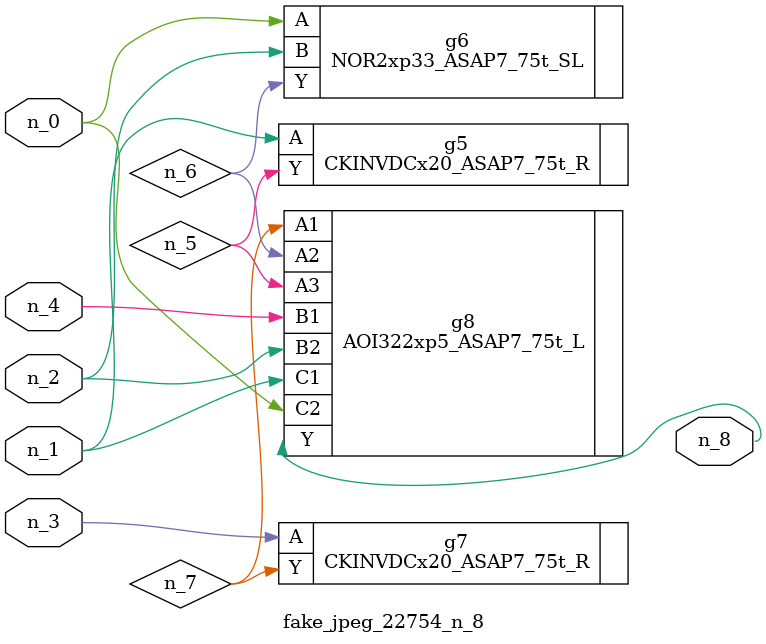
<source format=v>
module fake_jpeg_22754_n_8 (n_3, n_2, n_1, n_0, n_4, n_8);

input n_3;
input n_2;
input n_1;
input n_0;
input n_4;

output n_8;

wire n_6;
wire n_5;
wire n_7;

CKINVDCx20_ASAP7_75t_R g5 ( 
.A(n_1),
.Y(n_5)
);

NOR2xp33_ASAP7_75t_SL g6 ( 
.A(n_0),
.B(n_2),
.Y(n_6)
);

CKINVDCx20_ASAP7_75t_R g7 ( 
.A(n_3),
.Y(n_7)
);

AOI322xp5_ASAP7_75t_L g8 ( 
.A1(n_7),
.A2(n_6),
.A3(n_5),
.B1(n_4),
.B2(n_2),
.C1(n_1),
.C2(n_0),
.Y(n_8)
);


endmodule
</source>
